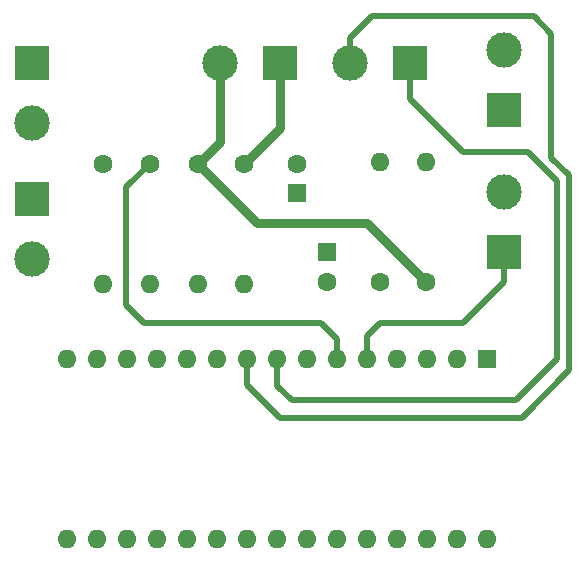
<source format=gtl>
G04 #@! TF.GenerationSoftware,KiCad,Pcbnew,5.0.2+dfsg1-1+deb10u1*
G04 #@! TF.CreationDate,2023-11-15T00:44:58+01:00*
G04 #@! TF.ProjectId,Carte basse tension,43617274-6520-4626-9173-73652074656e,rev?*
G04 #@! TF.SameCoordinates,Original*
G04 #@! TF.FileFunction,Copper,L1,Top*
G04 #@! TF.FilePolarity,Positive*
%FSLAX46Y46*%
G04 Gerber Fmt 4.6, Leading zero omitted, Abs format (unit mm)*
G04 Created by KiCad (PCBNEW 5.0.2+dfsg1-1+deb10u1) date mer. 15 nov. 2023 00:44:58 CET*
%MOMM*%
%LPD*%
G01*
G04 APERTURE LIST*
G04 #@! TA.AperFunction,ComponentPad*
%ADD10C,3.000000*%
G04 #@! TD*
G04 #@! TA.AperFunction,ComponentPad*
%ADD11R,3.000000X3.000000*%
G04 #@! TD*
G04 #@! TA.AperFunction,ComponentPad*
%ADD12C,1.600000*%
G04 #@! TD*
G04 #@! TA.AperFunction,ComponentPad*
%ADD13O,1.600000X1.600000*%
G04 #@! TD*
G04 #@! TA.AperFunction,ComponentPad*
%ADD14R,1.600000X1.600000*%
G04 #@! TD*
G04 #@! TA.AperFunction,Conductor*
%ADD15C,0.750000*%
G04 #@! TD*
G04 #@! TA.AperFunction,Conductor*
%ADD16C,0.500000*%
G04 #@! TD*
G04 APERTURE END LIST*
D10*
G04 #@! TO.P,9PWM / GND,2*
G04 #@! TO.N,N/C*
X136500000Y-74920000D03*
D11*
G04 #@! TO.P,9PWM / GND,1*
X136500000Y-80000000D03*
G04 #@! TD*
G04 #@! TO.P,SCL / SDA,1*
G04 #@! TO.N,N/C*
X128500000Y-76000000D03*
D10*
G04 #@! TO.P,SCL / SDA,2*
X123420000Y-76000000D03*
G04 #@! TD*
G04 #@! TO.P,+5v / GND,2*
G04 #@! TO.N,N/C*
X112420000Y-76000000D03*
D11*
G04 #@! TO.P,+5v / GND,1*
X117500000Y-76000000D03*
G04 #@! TD*
G04 #@! TO.P,+ 5v DC -,1*
G04 #@! TO.N,N/C*
X96500000Y-76000000D03*
D10*
G04 #@! TO.P,+ 5v DC -,2*
X96500000Y-81080000D03*
G04 #@! TD*
G04 #@! TO.P,AC 5v,2*
G04 #@! TO.N,N/C*
X96500000Y-92580000D03*
D11*
G04 #@! TO.P,AC 5v,1*
X96500000Y-87500000D03*
G04 #@! TD*
D12*
G04 #@! TO.P,100K,1*
G04 #@! TO.N,N/C*
X126000000Y-94500000D03*
D13*
G04 #@! TO.P,100K,2*
X126000000Y-84340000D03*
G04 #@! TD*
D11*
G04 #@! TO.P,SCT013-30A/1v,1*
G04 #@! TO.N,N/C*
X136500000Y-92000000D03*
D10*
G04 #@! TO.P,SCT013-30A/1v,2*
X136500000Y-86920000D03*
G04 #@! TD*
D14*
G04 #@! TO.P,4\002C7uF,1*
G04 #@! TO.N,N/C*
X121500000Y-92000000D03*
D12*
G04 #@! TO.P,4\002C7uF,2*
X121500000Y-94500000D03*
G04 #@! TD*
G04 #@! TO.P,100K,1*
G04 #@! TO.N,N/C*
X129923013Y-94500000D03*
D13*
G04 #@! TO.P,100K,2*
X129923013Y-84340000D03*
G04 #@! TD*
G04 #@! TO.P,R/T,2*
G04 #@! TO.N,N/C*
X102576987Y-94660000D03*
D12*
G04 #@! TO.P,R/T,1*
X102576987Y-84500000D03*
G04 #@! TD*
D13*
G04 #@! TO.P,R/T,2*
G04 #@! TO.N,N/C*
X106500000Y-94660000D03*
D12*
G04 #@! TO.P,R/T,1*
X106500000Y-84500000D03*
G04 #@! TD*
G04 #@! TO.P,100K,1*
G04 #@! TO.N,N/C*
X114500000Y-84500000D03*
D13*
G04 #@! TO.P,100K,2*
X114500000Y-94660000D03*
G04 #@! TD*
D14*
G04 #@! TO.P,4\002C7uF,1*
G04 #@! TO.N,N/C*
X119000000Y-87000000D03*
D12*
G04 #@! TO.P,4\002C7uF,2*
X119000000Y-84500000D03*
G04 #@! TD*
G04 #@! TO.P,100K,1*
G04 #@! TO.N,N/C*
X110576987Y-84500000D03*
D13*
G04 #@! TO.P,100K,2*
X110576987Y-94660000D03*
G04 #@! TD*
G04 #@! TO.P,Arduino NANO,16*
G04 #@! TO.N,N/C*
X99521956Y-116292967D03*
G04 #@! TO.P,Arduino NANO,15*
X99521956Y-101052967D03*
G04 #@! TO.P,Arduino NANO,30*
X135081956Y-116292967D03*
G04 #@! TO.P,Arduino NANO,14*
X102061956Y-101052967D03*
G04 #@! TO.P,Arduino NANO,29*
X132541956Y-116292967D03*
G04 #@! TO.P,Arduino NANO,13*
X104601956Y-101052967D03*
G04 #@! TO.P,Arduino NANO,28*
X130001956Y-116292967D03*
G04 #@! TO.P,Arduino NANO,12*
X107141956Y-101052967D03*
G04 #@! TO.P,Arduino NANO,27*
X127461956Y-116292967D03*
G04 #@! TO.P,Arduino NANO,11*
X109681956Y-101052967D03*
G04 #@! TO.P,Arduino NANO,26*
X124921956Y-116292967D03*
G04 #@! TO.P,Arduino NANO,10*
X112221956Y-101052967D03*
G04 #@! TO.P,Arduino NANO,25*
X122381956Y-116292967D03*
G04 #@! TO.P,Arduino NANO,9*
X114761956Y-101052967D03*
G04 #@! TO.P,Arduino NANO,24*
X119841956Y-116292967D03*
G04 #@! TO.P,Arduino NANO,8*
X117301956Y-101052967D03*
G04 #@! TO.P,Arduino NANO,23*
X117301956Y-116292967D03*
G04 #@! TO.P,Arduino NANO,7*
X119841956Y-101052967D03*
G04 #@! TO.P,Arduino NANO,22*
X114761956Y-116292967D03*
G04 #@! TO.P,Arduino NANO,6*
X122381956Y-101052967D03*
G04 #@! TO.P,Arduino NANO,21*
X112221956Y-116292967D03*
G04 #@! TO.P,Arduino NANO,5*
X124921956Y-101052967D03*
G04 #@! TO.P,Arduino NANO,20*
X109681956Y-116292967D03*
G04 #@! TO.P,Arduino NANO,4*
X127461956Y-101052967D03*
G04 #@! TO.P,Arduino NANO,19*
X107141956Y-116292967D03*
G04 #@! TO.P,Arduino NANO,3*
X130001956Y-101052967D03*
G04 #@! TO.P,Arduino NANO,18*
X104601956Y-116292967D03*
G04 #@! TO.P,Arduino NANO,2*
X132541956Y-101052967D03*
G04 #@! TO.P,Arduino NANO,17*
X102061956Y-116292967D03*
D14*
G04 #@! TO.P,Arduino NANO,1*
X135081956Y-101052967D03*
G04 #@! TD*
D15*
G04 #@! TO.N,*
X124923013Y-89500000D02*
X129923013Y-94500000D01*
X115576987Y-89500000D02*
X124923013Y-89500000D01*
X110576987Y-84500000D02*
X115576987Y-89500000D01*
D16*
X121000000Y-98000000D02*
X122381956Y-99381956D01*
X122381956Y-99381956D02*
X122381956Y-101052967D01*
X104500000Y-96500000D02*
X106000000Y-98000000D01*
X106000000Y-98000000D02*
X121000000Y-98000000D01*
X104500000Y-86500000D02*
X104500000Y-96500000D01*
X106500000Y-84500000D02*
X104500000Y-86500000D01*
X136500000Y-94500000D02*
X136500000Y-92000000D01*
X133000000Y-98000000D02*
X136500000Y-94500000D01*
X126000000Y-98000000D02*
X133000000Y-98000000D01*
X124921956Y-101052967D02*
X124921956Y-99078044D01*
X124921956Y-99078044D02*
X126000000Y-98000000D01*
D15*
X114500000Y-84500000D02*
X117500000Y-81500000D01*
X117500000Y-81500000D02*
X117500000Y-76000000D01*
X112420000Y-82656987D02*
X112420000Y-76000000D01*
X110576987Y-84500000D02*
X112420000Y-82656987D01*
D16*
X117301956Y-101052967D02*
X117301956Y-103301956D01*
X117301956Y-103301956D02*
X118500000Y-104500000D01*
X118500000Y-104500000D02*
X137500000Y-104500000D01*
X137500000Y-104500000D02*
X141000000Y-101000000D01*
X141000000Y-101000000D02*
X141000000Y-86000000D01*
X141000000Y-86000000D02*
X138500000Y-83500000D01*
X138500000Y-83500000D02*
X133000000Y-83500000D01*
X133000000Y-83500000D02*
X128500000Y-79000000D01*
X128500000Y-79000000D02*
X128500000Y-76000000D01*
X114761956Y-103261956D02*
X114761956Y-101052967D01*
X117500000Y-106000000D02*
X114761956Y-103261956D01*
X138000000Y-106000000D02*
X117500000Y-106000000D01*
X142000000Y-102000000D02*
X138000000Y-106000000D01*
X142000000Y-85500000D02*
X142000000Y-102000000D01*
X123420000Y-73878680D02*
X125298680Y-72000000D01*
X123420000Y-76000000D02*
X123420000Y-73878680D01*
X125298680Y-72000000D02*
X139000000Y-72000000D01*
X139000000Y-72000000D02*
X140500000Y-73500000D01*
X140500000Y-73500000D02*
X140500000Y-84000000D01*
X140500000Y-84000000D02*
X142000000Y-85500000D01*
G04 #@! TD*
M02*

</source>
